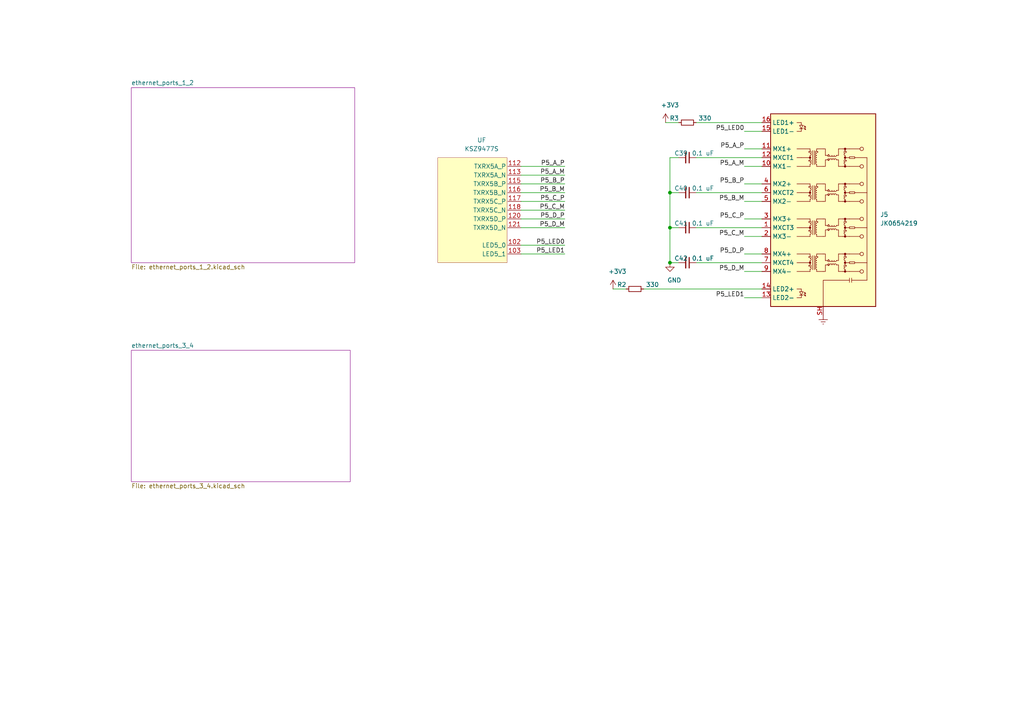
<source format=kicad_sch>
(kicad_sch (version 20210126) (generator eeschema)
  (paper "A4")
  (lib_symbols
    (symbol "Connector:JK0654219"
      (property "Reference" "J" (at -15.24 29.21 0))
      (property "Value" "JK0654219" (at 10.16 29.21 0))
      (symbol "JK0654219_0_1"
        (arc (start -3.81 -17.145) (end -3.81 -16.51) (radius (at -3.81 -16.8402) (length 0.3048) (angles -89.9 89.9)))
        (arc (start -3.81 -16.51) (end -3.81 -15.875) (radius (at -3.81 -16.2052) (length 0.3048) (angles -89.9 89.9)))
        (arc (start -3.81 -14.605) (end -3.81 -13.97) (radius (at -3.81 -14.3002) (length 0.3048) (angles -89.9 89.9)))
        (arc (start -3.81 -13.97) (end -3.81 -13.335) (radius (at -3.81 -13.6652) (length 0.3048) (angles -89.9 89.9)))
        (arc (start -3.81 -6.985) (end -3.81 -6.35) (radius (at -3.81 -6.6802) (length 0.3048) (angles -89.9 89.9)))
        (arc (start -3.81 -6.35) (end -3.81 -5.715) (radius (at -3.81 -6.0452) (length 0.3048) (angles -89.9 89.9)))
        (arc (start -3.81 -4.445) (end -3.81 -3.81) (radius (at -3.81 -4.1402) (length 0.3048) (angles -89.9 89.9)))
        (arc (start -3.81 -3.81) (end -3.81 -3.175) (radius (at -3.81 -3.5052) (length 0.3048) (angles -89.9 89.9)))
        (arc (start -3.81 3.175) (end -3.81 3.81) (radius (at -3.81 3.4798) (length 0.3048) (angles -89.9 89.9)))
        (arc (start -3.81 3.81) (end -3.81 4.445) (radius (at -3.81 4.1148) (length 0.3048) (angles -89.9 89.9)))
        (arc (start -3.81 5.715) (end -3.81 6.35) (radius (at -3.81 6.0198) (length 0.3048) (angles -89.9 89.9)))
        (arc (start -3.81 6.35) (end -3.81 6.985) (radius (at -3.81 6.6548) (length 0.3048) (angles -89.9 89.9)))
        (arc (start -3.81 13.335) (end -3.81 13.97) (radius (at -3.81 13.6398) (length 0.3048) (angles -89.9 89.9)))
        (arc (start -3.81 13.97) (end -3.81 14.605) (radius (at -3.81 14.2748) (length 0.3048) (angles -89.9 89.9)))
        (arc (start -3.81 15.875) (end -3.81 16.51) (radius (at -3.81 16.1798) (length 0.3048) (angles -89.9 89.9)))
        (arc (start -3.81 16.51) (end -3.81 17.145) (radius (at -3.81 16.8148) (length 0.3048) (angles -89.9 89.9)))
        (arc (start -1.905 -16.51) (end -1.905 -17.145) (radius (at -1.905 -16.8148) (length 0.3048) (angles 90.1 -90.1)))
        (arc (start -1.905 -15.875) (end -1.905 -16.51) (radius (at -1.905 -16.1798) (length 0.3048) (angles 90.1 -90.1)))
        (arc (start -1.905 -15.24) (end -1.905 -15.875) (radius (at -1.905 -15.5448) (length 0.3048) (angles 90.1 -90.1)))
        (arc (start -1.905 -14.605) (end -1.905 -15.24) (radius (at -1.905 -14.9098) (length 0.3048) (angles 90.1 -90.1)))
        (arc (start -1.905 -13.97) (end -1.905 -14.605) (radius (at -1.905 -14.2748) (length 0.3048) (angles 90.1 -90.1)))
        (arc (start -1.905 -13.335) (end -1.905 -13.97) (radius (at -1.905 -13.6398) (length 0.3048) (angles 90.1 -90.1)))
        (arc (start -1.905 -6.35) (end -1.905 -6.985) (radius (at -1.905 -6.6548) (length 0.3048) (angles 90.1 -90.1)))
        (arc (start -1.905 -5.715) (end -1.905 -6.35) (radius (at -1.905 -6.0198) (length 0.3048) (angles 90.1 -90.1)))
        (arc (start -1.905 -5.08) (end -1.905 -5.715) (radius (at -1.905 -5.3848) (length 0.3048) (angles 90.1 -90.1)))
        (arc (start -1.905 -4.445) (end -1.905 -5.08) (radius (at -1.905 -4.7498) (length 0.3048) (angles 90.1 -90.1)))
        (arc (start -1.905 -3.81) (end -1.905 -4.445) (radius (at -1.905 -4.1148) (length 0.3048) (angles 90.1 -90.1)))
        (arc (start -1.905 -3.175) (end -1.905 -3.81) (radius (at -1.905 -3.4798) (length 0.3048) (angles 90.1 -90.1)))
        (arc (start -1.905 3.81) (end -1.905 3.175) (radius (at -1.905 3.5052) (length 0.3048) (angles 90.1 -90.1)))
        (arc (start -1.905 4.445) (end -1.905 3.81) (radius (at -1.905 4.1402) (length 0.3048) (angles 90.1 -90.1)))
        (arc (start -1.905 5.08) (end -1.905 4.445) (radius (at -1.905 4.7752) (length 0.3048) (angles 90.1 -90.1)))
        (arc (start -1.905 5.715) (end -1.905 5.08) (radius (at -1.905 5.4102) (length 0.3048) (angles 90.1 -90.1)))
        (arc (start -1.905 6.35) (end -1.905 5.715) (radius (at -1.905 6.0452) (length 0.3048) (angles 90.1 -90.1)))
        (arc (start -1.905 6.985) (end -1.905 6.35) (radius (at -1.905 6.6802) (length 0.3048) (angles 90.1 -90.1)))
        (arc (start -1.905 13.97) (end -1.905 13.335) (radius (at -1.905 13.6652) (length 0.3048) (angles 90.1 -90.1)))
        (arc (start -1.905 14.605) (end -1.905 13.97) (radius (at -1.905 14.3002) (length 0.3048) (angles 90.1 -90.1)))
        (arc (start -1.905 15.24) (end -1.905 14.605) (radius (at -1.905 14.9352) (length 0.3048) (angles 90.1 -90.1)))
        (arc (start -1.905 15.875) (end -1.905 15.24) (radius (at -1.905 15.5702) (length 0.3048) (angles 90.1 -90.1)))
        (arc (start -1.905 16.51) (end -1.905 15.875) (radius (at -1.905 16.2052) (length 0.3048) (angles 90.1 -90.1)))
        (arc (start -1.905 17.145) (end -1.905 16.51) (radius (at -1.905 16.8402) (length 0.3048) (angles 90.1 -90.1)))
        (arc (start 1.27 -14.605) (end 1.905 -14.605) (radius (at 1.5748 -14.605) (length 0.3048) (angles -179.9 -0.1)))
        (arc (start 1.27 -4.445) (end 1.905 -4.445) (radius (at 1.5748 -4.445) (length 0.3048) (angles -179.9 -0.1)))
        (arc (start 1.27 5.715) (end 1.905 5.715) (radius (at 1.5748 5.715) (length 0.3048) (angles -179.9 -0.1)))
        (arc (start 1.27 15.875) (end 1.905 15.875) (radius (at 1.5748 15.875) (length 0.3048) (angles -179.9 -0.1)))
        (arc (start 1.905 -15.875) (end 1.27 -15.875) (radius (at 1.6002 -15.875) (length 0.3048) (angles 0.1 179.9)))
        (arc (start 1.905 -5.715) (end 1.27 -5.715) (radius (at 1.6002 -5.715) (length 0.3048) (angles 0.1 179.9)))
        (arc (start 1.905 4.445) (end 1.27 4.445) (radius (at 1.6002 4.445) (length 0.3048) (angles 0.1 179.9)))
        (arc (start 1.905 14.605) (end 1.27 14.605) (radius (at 1.6002 14.605) (length 0.3048) (angles 0.1 179.9)))
        (arc (start 1.905 -14.605) (end 2.54 -14.605) (radius (at 2.2098 -14.605) (length 0.3048) (angles -179.9 -0.1)))
        (arc (start 1.905 -4.445) (end 2.54 -4.445) (radius (at 2.2098 -4.445) (length 0.3048) (angles -179.9 -0.1)))
        (arc (start 1.905 5.715) (end 2.54 5.715) (radius (at 2.2098 5.715) (length 0.3048) (angles -179.9 -0.1)))
        (arc (start 1.905 15.875) (end 2.54 15.875) (radius (at 2.2098 15.875) (length 0.3048) (angles -179.9 -0.1)))
        (arc (start 2.54 -15.875) (end 1.905 -15.875) (radius (at 2.2352 -15.875) (length 0.3048) (angles 0.1 179.9)))
        (arc (start 2.54 -5.715) (end 1.905 -5.715) (radius (at 2.2352 -5.715) (length 0.3048) (angles 0.1 179.9)))
        (arc (start 2.54 4.445) (end 1.905 4.445) (radius (at 2.2352 4.445) (length 0.3048) (angles 0.1 179.9)))
        (arc (start 2.54 14.605) (end 1.905 14.605) (radius (at 2.2352 14.605) (length 0.3048) (angles 0.1 179.9)))
        (arc (start 2.54 -14.605) (end 3.175 -14.605) (radius (at 2.8448 -14.605) (length 0.3048) (angles -179.9 -0.1)))
        (arc (start 2.54 -4.445) (end 3.175 -4.445) (radius (at 2.8448 -4.445) (length 0.3048) (angles -179.9 -0.1)))
        (arc (start 2.54 5.715) (end 3.175 5.715) (radius (at 2.8448 5.715) (length 0.3048) (angles -179.9 -0.1)))
        (arc (start 2.54 15.875) (end 3.175 15.875) (radius (at 2.8448 15.875) (length 0.3048) (angles -179.9 -0.1)))
        (arc (start 3.175 -15.875) (end 2.54 -15.875) (radius (at 2.8702 -15.875) (length 0.3048) (angles 0.1 179.9)))
        (arc (start 3.175 -5.715) (end 2.54 -5.715) (radius (at 2.8702 -5.715) (length 0.3048) (angles 0.1 179.9)))
        (arc (start 3.175 4.445) (end 2.54 4.445) (radius (at 2.8702 4.445) (length 0.3048) (angles 0.1 179.9)))
        (arc (start 3.175 14.605) (end 2.54 14.605) (radius (at 2.8702 14.605) (length 0.3048) (angles 0.1 179.9)))
        (arc (start 3.175 -14.605) (end 3.81 -14.605) (radius (at 3.4798 -14.605) (length 0.3048) (angles -179.9 -0.1)))
        (arc (start 3.175 -4.445) (end 3.81 -4.445) (radius (at 3.4798 -4.445) (length 0.3048) (angles -179.9 -0.1)))
        (arc (start 3.175 5.715) (end 3.81 5.715) (radius (at 3.4798 5.715) (length 0.3048) (angles -179.9 -0.1)))
        (arc (start 3.175 15.875) (end 3.81 15.875) (radius (at 3.4798 15.875) (length 0.3048) (angles -179.9 -0.1)))
        (arc (start 3.81 -15.875) (end 3.175 -15.875) (radius (at 3.5052 -15.875) (length 0.3048) (angles 0.1 179.9)))
        (arc (start 3.81 -5.715) (end 3.175 -5.715) (radius (at 3.5052 -5.715) (length 0.3048) (angles 0.1 179.9)))
        (arc (start 3.81 4.445) (end 3.175 4.445) (radius (at 3.5052 4.445) (length 0.3048) (angles 0.1 179.9)))
        (arc (start 3.81 14.605) (end 3.175 14.605) (radius (at 3.5052 14.605) (length 0.3048) (angles 0.1 179.9)))
        (arc (start 6.35 -16.51) (end 6.35 -17.145) (radius (at 6.35 -16.8402) (length 0.3048) (angles 90.1 -90.1)))
        (arc (start 6.35 -15.875) (end 6.35 -16.51) (radius (at 6.35 -16.2052) (length 0.3048) (angles 90.1 -90.1)))
        (arc (start 6.35 -13.97) (end 6.35 -14.605) (radius (at 6.35 -14.3002) (length 0.3048) (angles 90.1 -90.1)))
        (arc (start 6.35 -13.335) (end 6.35 -13.97) (radius (at 6.35 -13.6652) (length 0.3048) (angles 90.1 -90.1)))
        (arc (start 6.35 -6.35) (end 6.35 -6.985) (radius (at 6.35 -6.6802) (length 0.3048) (angles 90.1 -90.1)))
        (arc (start 6.35 -5.715) (end 6.35 -6.35) (radius (at 6.35 -6.0452) (length 0.3048) (angles 90.1 -90.1)))
        (arc (start 6.35 -3.81) (end 6.35 -4.445) (radius (at 6.35 -4.1402) (length 0.3048) (angles 90.1 -90.1)))
        (arc (start 6.35 -3.175) (end 6.35 -3.81) (radius (at 6.35 -3.5052) (length 0.3048) (angles 90.1 -90.1)))
        (arc (start 6.35 3.81) (end 6.35 3.175) (radius (at 6.35 3.4798) (length 0.3048) (angles 90.1 -90.1)))
        (arc (start 6.35 4.445) (end 6.35 3.81) (radius (at 6.35 4.1148) (length 0.3048) (angles 90.1 -90.1)))
        (arc (start 6.35 6.35) (end 6.35 5.715) (radius (at 6.35 6.0198) (length 0.3048) (angles 90.1 -90.1)))
        (arc (start 6.35 6.985) (end 6.35 6.35) (radius (at 6.35 6.6548) (length 0.3048) (angles 90.1 -90.1)))
        (arc (start 6.35 13.97) (end 6.35 13.335) (radius (at 6.35 13.6398) (length 0.3048) (angles 90.1 -90.1)))
        (arc (start 6.35 14.605) (end 6.35 13.97) (radius (at 6.35 14.2748) (length 0.3048) (angles 90.1 -90.1)))
        (arc (start 6.35 16.51) (end 6.35 15.875) (radius (at 6.35 16.1798) (length 0.3048) (angles 90.1 -90.1)))
        (arc (start 6.35 17.145) (end 6.35 16.51) (radius (at 6.35 16.8148) (length 0.3048) (angles 90.1 -90.1)))
        (circle (center -4.064 -16.129) (radius 0.127) (fill (type outline)))
        (circle (center -4.064 -13.589) (radius 0.127) (fill (type outline)))
        (circle (center -4.064 -5.969) (radius 0.127) (fill (type outline)))
        (circle (center -4.064 -3.429) (radius 0.127) (fill (type outline)))
        (circle (center -4.064 4.191) (radius 0.127) (fill (type outline)))
        (circle (center -4.064 6.731) (radius 0.127) (fill (type outline)))
        (circle (center -4.064 14.351) (radius 0.127) (fill (type outline)))
        (circle (center -4.064 16.891) (radius 0.127) (fill (type outline)))
        (circle (center -3.81 -15.24) (radius 0.254) (fill (type outline)))
        (circle (center -3.81 -5.08) (radius 0.254) (fill (type outline)))
        (circle (center -3.81 5.08) (radius 0.254) (fill (type outline)))
        (circle (center -3.81 15.24) (radius 0.254) (fill (type outline)))
        (circle (center -1.651 -13.589) (radius 0.127) (fill (type outline)))
        (circle (center -1.651 -3.429) (radius 0.127) (fill (type outline)))
        (circle (center -1.651 6.731) (radius 0.127) (fill (type outline)))
        (circle (center -1.651 16.891) (radius 0.127) (fill (type outline)))
        (circle (center 1.5494 -15.9766) (radius 0.127) (fill (type outline)))
        (circle (center 1.5494 -14.4526) (radius 0.127) (fill (type outline)))
        (circle (center 1.5494 -5.8166) (radius 0.127) (fill (type outline)))
        (circle (center 1.5494 -4.2926) (radius 0.127) (fill (type outline)))
        (circle (center 1.5494 4.3434) (radius 0.127) (fill (type outline)))
        (circle (center 1.5494 5.8674) (radius 0.127) (fill (type outline)))
        (circle (center 1.5494 14.5034) (radius 0.127) (fill (type outline)))
        (circle (center 1.5494 16.0274) (radius 0.127) (fill (type outline)))
        (circle (center 6.35 -17.78) (radius 0.254) (fill (type outline)))
        (circle (center 6.35 -15.24) (radius 0.254) (fill (type outline)))
        (circle (center 6.35 -12.7) (radius 0.254) (fill (type outline)))
        (circle (center 6.35 -7.62) (radius 0.254) (fill (type outline)))
        (circle (center 6.35 -5.08) (radius 0.254) (fill (type outline)))
        (circle (center 6.35 -2.54) (radius 0.254) (fill (type outline)))
        (circle (center 6.35 2.54) (radius 0.254) (fill (type outline)))
        (circle (center 6.35 5.08) (radius 0.254) (fill (type outline)))
        (circle (center 6.35 7.62) (radius 0.254) (fill (type outline)))
        (circle (center 6.35 12.7) (radius 0.254) (fill (type outline)))
        (circle (center 6.35 15.24) (radius 0.254) (fill (type outline)))
        (circle (center 6.35 17.78) (radius 0.254) (fill (type outline)))
        (circle (center 6.604 -16.129) (radius 0.127) (fill (type outline)))
        (circle (center 6.604 -13.589) (radius 0.127) (fill (type outline)))
        (circle (center 6.604 -5.969) (radius 0.127) (fill (type outline)))
        (circle (center 6.604 -3.429) (radius 0.127) (fill (type outline)))
        (circle (center 6.604 4.191) (radius 0.127) (fill (type outline)))
        (circle (center 6.604 6.731) (radius 0.127) (fill (type outline)))
        (circle (center 6.604 14.351) (radius 0.127) (fill (type outline)))
        (circle (center 6.604 16.891) (radius 0.127) (fill (type outline)))
        (circle (center 11.176 -17.78) (radius 0.508))
        (circle (center 11.176 -12.7) (radius 0.508))
        (circle (center 11.176 -7.62) (radius 0.508))
        (circle (center 11.176 -2.54) (radius 0.508))
        (circle (center 11.176 2.54) (radius 0.508))
        (circle (center 11.176 7.62) (radius 0.508))
        (circle (center 11.176 12.7) (radius 0.508))
        (circle (center 11.176 17.78) (radius 0.508))
        (rectangle (start -15.24 27.94) (end 15.24 -27.94) (stroke (width 0.254)) (fill (type background)))
        (rectangle (start 7.62 -14.986) (end 9.144 -15.494))
        (rectangle (start 7.62 -4.826) (end 9.144 -5.334))
        (rectangle (start 7.62 5.334) (end 9.144 4.826))
        (rectangle (start 7.62 15.494) (end 9.144 14.986))
        (polyline (pts (xy -7.62 -17.78) (xy -3.81 -17.78)))
        (polyline (pts (xy -7.62 -15.24) (xy -6.35 -15.24)))
        (polyline (pts (xy -7.62 -12.7) (xy -3.81 -12.7)))
        (polyline (pts (xy -7.62 -7.62) (xy -3.81 -7.62)))
        (polyline (pts (xy -7.62 -5.08) (xy -6.35 -5.08)))
        (polyline (pts (xy -7.62 -2.54) (xy -3.81 -2.54)))
        (polyline (pts (xy -7.62 2.54) (xy -3.81 2.54)))
        (polyline (pts (xy -7.62 5.08) (xy -6.35 5.08)))
        (polyline (pts (xy -7.62 7.62) (xy -3.81 7.62)))
        (polyline (pts (xy -7.62 12.7) (xy -3.81 12.7)))
        (polyline (pts (xy -7.62 15.24) (xy -6.35 15.24)))
        (polyline (pts (xy -7.62 17.78) (xy -3.81 17.78)))
        (polyline (pts (xy -6.35 -15.24) (xy -3.81 -15.24)))
        (polyline (pts (xy -6.35 -5.08) (xy -3.81 -5.08)))
        (polyline (pts (xy -6.35 5.08) (xy -3.81 5.08)))
        (polyline (pts (xy -6.35 15.24) (xy -3.81 15.24)))
        (polyline (pts (xy -3.81 -17.78) (xy -3.81 -17.145)))
        (polyline (pts (xy -3.81 -15.24) (xy -3.81 -15.875)))
        (polyline (pts (xy -3.81 -15.24) (xy -3.81 -14.605)))
        (polyline (pts (xy -3.81 -12.7) (xy -3.81 -13.335)))
        (polyline (pts (xy -3.81 -7.62) (xy -3.81 -6.985)))
        (polyline (pts (xy -3.81 -5.08) (xy -3.81 -5.715)))
        (polyline (pts (xy -3.81 -5.08) (xy -3.81 -4.445)))
        (polyline (pts (xy -3.81 -2.54) (xy -3.81 -3.175)))
        (polyline (pts (xy -3.81 2.54) (xy -3.81 3.175)))
        (polyline (pts (xy -3.81 5.08) (xy -3.81 4.445)))
        (polyline (pts (xy -3.81 5.08) (xy -3.81 5.715)))
        (polyline (pts (xy -3.81 7.62) (xy -3.81 6.985)))
        (polyline (pts (xy -3.81 12.7) (xy -3.81 13.335)))
        (polyline (pts (xy -3.81 15.24) (xy -3.81 14.605)))
        (polyline (pts (xy -3.81 15.24) (xy -3.81 15.875)))
        (polyline (pts (xy -3.81 17.78) (xy -3.81 17.145)))
        (polyline (pts (xy -3.048 -17.272) (xy -3.048 -13.208)))
        (polyline (pts (xy -3.048 -7.112) (xy -3.048 -3.048)))
        (polyline (pts (xy -3.048 3.048) (xy -3.048 7.112)))
        (polyline (pts (xy -3.048 13.208) (xy -3.048 17.272)))
        (polyline (pts (xy -2.54 -17.272) (xy -2.54 -13.208)))
        (polyline (pts (xy -2.54 -7.112) (xy -2.54 -3.048)))
        (polyline (pts (xy -2.54 3.048) (xy -2.54 7.112)))
        (polyline (pts (xy -2.54 13.208) (xy -2.54 17.272)))
        (polyline (pts (xy 0.635 -14.605) (xy 1.27 -14.605)))
        (polyline (pts (xy 0.635 -4.445) (xy 1.27 -4.445)))
        (polyline (pts (xy 0.635 5.715) (xy 1.27 5.715)))
        (polyline (pts (xy 0.635 15.875) (xy 1.27 15.875)))
        (polyline (pts (xy 4.445 -17.78) (xy 5.715 -17.78)))
        (polyline (pts (xy 4.445 -12.7) (xy 5.715 -12.7)))
        (polyline (pts (xy 4.445 -7.62) (xy 5.715 -7.62)))
        (polyline (pts (xy 4.445 -2.54) (xy 5.715 -2.54)))
        (polyline (pts (xy 4.445 2.54) (xy 5.715 2.54)))
        (polyline (pts (xy 4.445 7.62) (xy 5.715 7.62)))
        (polyline (pts (xy 4.445 12.7) (xy 5.715 12.7)))
        (polyline (pts (xy 4.445 17.78) (xy 5.715 17.78)))
        (polyline (pts (xy 6.35 -17.78) (xy 6.35 -17.145)))
        (polyline (pts (xy 6.35 -15.24) (xy 6.35 -15.875)))
        (polyline (pts (xy 6.35 -15.24) (xy 6.35 -14.605)))
        (polyline (pts (xy 6.35 -12.7) (xy 6.35 -13.335)))
        (polyline (pts (xy 6.35 -7.62) (xy 6.35 -6.985)))
        (polyline (pts (xy 6.35 -5.08) (xy 6.35 -5.715)))
        (polyline (pts (xy 6.35 -5.08) (xy 6.35 -4.445)))
        (polyline (pts (xy 6.35 -2.54) (xy 6.35 -3.175)))
        (polyline (pts (xy 6.35 2.54) (xy 6.35 3.175)))
        (polyline (pts (xy 6.35 5.08) (xy 6.35 4.445)))
        (polyline (pts (xy 6.35 5.08) (xy 6.35 5.715)))
        (polyline (pts (xy 6.35 7.62) (xy 6.35 6.985)))
        (polyline (pts (xy 6.35 12.7) (xy 6.35 13.335)))
        (polyline (pts (xy 6.35 15.24) (xy 6.35 14.605)))
        (polyline (pts (xy 6.35 15.24) (xy 6.35 15.875)))
        (polyline (pts (xy 6.35 17.78) (xy 6.35 17.145)))
        (polyline (pts (xy 7.62 -20.955) (xy 7.62 -19.685)))
        (polyline (pts (xy 7.62 -17.78) (xy 6.35 -17.78)))
        (polyline (pts (xy 7.62 -17.78) (xy 10.668 -17.78)))
        (polyline (pts (xy 7.62 -15.24) (xy 6.35 -15.24)))
        (polyline (pts (xy 7.62 -12.7) (xy 6.35 -12.7)))
        (polyline (pts (xy 7.62 -12.7) (xy 10.668 -12.7)))
        (polyline (pts (xy 7.62 -7.62) (xy 6.35 -7.62)))
        (polyline (pts (xy 7.62 -7.62) (xy 10.668 -7.62)))
        (polyline (pts (xy 7.62 -5.08) (xy 6.35 -5.08)))
        (polyline (pts (xy 7.62 -2.54) (xy 6.35 -2.54)))
        (polyline (pts (xy 7.62 -2.54) (xy 10.668 -2.54)))
        (polyline (pts (xy 7.62 2.54) (xy 6.35 2.54)))
        (polyline (pts (xy 7.62 2.54) (xy 10.668 2.54)))
        (polyline (pts (xy 7.62 5.08) (xy 6.35 5.08)))
        (polyline (pts (xy 7.62 7.62) (xy 6.35 7.62)))
        (polyline (pts (xy 7.62 7.62) (xy 10.668 7.62)))
        (polyline (pts (xy 7.62 12.7) (xy 6.35 12.7)))
        (polyline (pts (xy 7.62 12.7) (xy 10.668 12.7)))
        (polyline (pts (xy 7.62 15.24) (xy 6.35 15.24)))
        (polyline (pts (xy 7.62 17.78) (xy 6.35 17.78)))
        (polyline (pts (xy 7.62 17.78) (xy 10.668 17.78)))
        (polyline (pts (xy 8.255 -20.32) (xy 8.255 -20.955)))
        (polyline (pts (xy 8.255 -20.32) (xy 8.255 -19.685)))
        (polyline (pts (xy 8.255 -20.32) (xy 12.7 -20.32)))
        (polyline (pts (xy 9.144 -15.24) (xy 12.7 -15.24)))
        (polyline (pts (xy 9.144 -5.08) (xy 12.7 -5.08)))
        (polyline (pts (xy 9.144 5.08) (xy 12.7 5.08)))
        (polyline (pts (xy 12.7 -20.32) (xy 12.7 15.24)))
        (polyline (pts (xy 12.7 15.24) (xy 9.144 15.24)))
        (polyline (pts (xy -1.905 -17.145) (xy -1.905 -17.78) (xy 0 -17.78)))
        (polyline (pts (xy -1.905 -13.335) (xy -1.905 -12.7) (xy 0 -12.7)))
        (polyline (pts (xy -1.905 -6.985) (xy -1.905 -7.62) (xy 0 -7.62)))
        (polyline (pts (xy -1.905 -3.175) (xy -1.905 -2.54) (xy 0 -2.54)))
        (polyline (pts (xy -1.905 3.175) (xy -1.905 2.54) (xy 0 2.54)))
        (polyline (pts (xy -1.905 6.985) (xy -1.905 7.62) (xy 0 7.62)))
        (polyline (pts (xy -1.905 13.335) (xy -1.905 12.7) (xy 0 12.7)))
        (polyline (pts (xy -1.905 17.145) (xy -1.905 17.78) (xy 0 17.78)))
        (polyline (pts (xy 0 -12.7) (xy 0.635 -12.7) (xy 0.635 -14.605)))
        (polyline (pts (xy 0 -2.54) (xy 0.635 -2.54) (xy 0.635 -4.445)))
        (polyline (pts (xy 0 7.62) (xy 0.635 7.62) (xy 0.635 5.715)))
        (polyline (pts (xy 0 17.78) (xy 0.635 17.78) (xy 0.635 15.875)))
        (polyline (pts (xy 3.81 -15.875) (xy 4.445 -15.875) (xy 4.445 -17.78)))
        (polyline (pts (xy 3.81 -14.605) (xy 4.445 -14.605) (xy 4.445 -12.7)))
        (polyline (pts (xy 3.81 -5.715) (xy 4.445 -5.715) (xy 4.445 -7.62)))
        (polyline (pts (xy 3.81 -4.445) (xy 4.445 -4.445) (xy 4.445 -2.54)))
        (polyline (pts (xy 3.81 4.445) (xy 4.445 4.445) (xy 4.445 2.54)))
        (polyline (pts (xy 3.81 5.715) (xy 4.445 5.715) (xy 4.445 7.62)))
        (polyline (pts (xy 3.81 14.605) (xy 4.445 14.605) (xy 4.445 12.7)))
        (polyline (pts (xy 3.81 15.875) (xy 4.445 15.875) (xy 4.445 17.78)))
        (polyline (pts (xy 5.715 -17.78) (xy 6.35 -17.78) (xy 6.35 -17.145)))
        (polyline (pts (xy 5.715 -12.7) (xy 6.35 -12.7) (xy 6.35 -13.335)))
        (polyline (pts (xy 5.715 -7.62) (xy 6.35 -7.62) (xy 6.35 -6.985)))
        (polyline (pts (xy 5.715 -2.54) (xy 6.35 -2.54) (xy 6.35 -3.175)))
        (polyline (pts (xy 5.715 2.54) (xy 6.35 2.54) (xy 6.35 3.175)))
        (polyline (pts (xy 5.715 7.62) (xy 6.35 7.62) (xy 6.35 6.985)))
        (polyline (pts (xy 5.715 12.7) (xy 6.35 12.7) (xy 6.35 13.335)))
        (polyline (pts (xy 5.715 17.78) (xy 6.35 17.78) (xy 6.35 17.145)))
        (polyline (pts (xy 7.62 -20.32) (xy 0 -20.32) (xy 0 -27.94)))
        (polyline (pts (xy 0 -17.78) (xy 0.635 -17.78) (xy 0.635 -15.875) (xy 1.27 -15.875)))
        (polyline (pts (xy 0 -7.62) (xy 0.635 -7.62) (xy 0.635 -5.715) (xy 1.27 -5.715)))
        (polyline (pts (xy 0 2.54) (xy 0.635 2.54) (xy 0.635 4.445) (xy 1.27 4.445)))
        (polyline (pts (xy 0 12.7) (xy 0.635 12.7) (xy 0.635 14.605) (xy 1.27 14.605)))
      )
      (symbol "JK0654219_1_1"
        (polyline (pts (xy -7.62 -25.4) (xy -6.35 -25.4)))
        (polyline (pts (xy -7.62 -22.86) (xy -6.35 -22.86)))
        (polyline (pts (xy -7.62 22.86) (xy -6.35 22.86)))
        (polyline (pts (xy -7.62 25.4) (xy -6.35 25.4)))
        (polyline (pts (xy -6.858 -24.638) (xy -5.842 -24.638)))
        (polyline (pts (xy -6.858 23.622) (xy -5.842 23.622)))
        (polyline (pts (xy -6.35 -25.4) (xy -6.35 -24.638)))
        (polyline (pts (xy -6.35 -22.86) (xy -6.35 -23.622)))
        (polyline (pts (xy -6.35 22.86) (xy -6.35 23.622)))
        (polyline (pts (xy -6.35 25.4) (xy -6.35 24.638)))
        (polyline (pts (xy -5.08 -24.892) (xy -5.207 -24.511)))
        (polyline (pts (xy -5.08 -24.257) (xy -5.207 -23.876)))
        (polyline (pts (xy -5.08 23.368) (xy -5.207 23.749)))
        (polyline (pts (xy -5.08 24.003) (xy -5.207 24.384)))
        (polyline (pts (xy -5.588 -24.384) (xy -5.08 -24.892) (xy -5.461 -24.765)))
        (polyline (pts (xy -5.588 -23.749) (xy -5.08 -24.257) (xy -5.461 -24.13)))
        (polyline (pts (xy -5.588 23.876) (xy -5.08 23.368) (xy -5.461 23.495)))
        (polyline (pts (xy -5.588 24.511) (xy -5.08 24.003) (xy -5.461 24.13)))
        (polyline (pts (xy -6.35 -24.638) (xy -6.858 -23.622) (xy -5.842 -23.622) (xy -6.35 -24.638)))
        (polyline (pts (xy -6.35 23.622) (xy -6.858 24.638) (xy -5.842 24.638) (xy -6.35 23.622)))
        (pin passive line (at -17.78 -5.08 0) (length 2.54) (name "MXCT3") (number "1"))
        (pin passive line (at -17.78 12.7 0) (length 2.54) (name "MX1-") (number "10"))
        (pin passive line (at -17.78 17.78 0) (length 2.54) (name "MX1+") (number "11"))
        (pin passive line (at -17.78 15.24 0) (length 2.54) (name "MXCT1") (number "12"))
        (pin passive line (at -17.78 -25.4 0) (length 2.54) (name "LED2-") (number "13"))
        (pin passive line (at -17.78 -22.86 0) (length 2.54) (name "LED2+") (number "14"))
        (pin passive line (at -17.78 22.86 0) (length 2.54) (name "LED1-") (number "15"))
        (pin passive line (at -17.78 25.4 0) (length 2.54) (name "LED1+") (number "16"))
        (pin passive line (at -17.78 -7.62 0) (length 2.54) (name "MX3-") (number "2"))
        (pin passive line (at -17.78 -2.54 0) (length 2.54) (name "MX3+") (number "3"))
        (pin passive line (at -17.78 7.62 0) (length 2.54) (name "MX2+") (number "4"))
        (pin passive line (at -17.78 2.54 0) (length 2.54) (name "MX2-") (number "5"))
        (pin passive line (at -17.78 5.08 0) (length 2.54) (name "MXCT2") (number "6"))
        (pin passive line (at -17.78 -15.24 0) (length 2.54) (name "MXCT4") (number "7"))
        (pin passive line (at -17.78 -12.7 0) (length 2.54) (name "MX4+") (number "8"))
        (pin passive line (at -17.78 -17.78 0) (length 2.54) (name "MX4-") (number "9"))
        (pin passive line (at 0 -30.48 90) (length 2.54) (name "~") (number "SH"))
      )
    )
    (symbol "Device:C_Small" (pin_numbers hide) (pin_names (offset 0.254) hide)
      (property "Reference" "C" (at 0.254 1.778 0))
      (property "Value" "C_Small" (at 0.254 -2.032 0))
      (symbol "C_Small_0_1"
        (polyline (pts (xy -1.524 -0.508) (xy 1.524 -0.508)) (stroke (width 0.3302)))
        (polyline (pts (xy -1.524 0.508) (xy 1.524 0.508)) (stroke (width 0.3048)))
      )
      (symbol "C_Small_1_1"
        (pin passive line (at 0 2.54 270) (length 2.032) (name "~") (number "1"))
        (pin passive line (at 0 -2.54 90) (length 2.032) (name "~") (number "2"))
      )
    )
    (symbol "Device:R_Small" (pin_numbers hide) (pin_names (offset 0.254) hide)
      (property "Reference" "R" (at 0.762 0.508 0))
      (property "Value" "R_Small" (at 0.762 -1.016 0))
      (symbol "R_Small_0_1"
        (rectangle (start -0.762 1.778) (end 0.762 -1.778) (stroke (width 0.2032)))
      )
      (symbol "R_Small_1_1"
        (pin passive line (at 0 2.54 270) (length 0.762) (name "~") (number "1"))
        (pin passive line (at 0 -2.54 90) (length 0.762) (name "~") (number "2"))
      )
    )
    (symbol "local:KSZ9477S"
      (property "Reference" "U" (at 39.37 1.27 0))
      (property "Value" "KSZ9477S" (at 43.18 -3.81 0))
      (symbol "KSZ9477S_1_1"
        (rectangle (start -15.24 15.24) (end 15.24 -15.24) (stroke (width 0.001)) (fill (type background)))
        (pin output line (at -17.78 -5.08 0) (length 2.54) (name "SDO") (number "97"))
        (pin bidirectional line (at -17.78 -7.62 0) (length 2.54) (name "SDI/SDA/MDIO") (number "98"))
        (pin input line (at -19.05 -12.7 0) (length 3.81) (name "~SCS") (number "100"))
        (pin input line (at -19.05 -10.16 0) (length 3.81) (name "SCL/MDC") (number "101"))
        (pin output line (at 19.05 -6.35 180) (length 3.81) (name "XO") (number "125"))
        (pin input line (at 19.05 -3.81 180) (length 3.81) (name "XI") (number "126"))
        (pin output line (at -17.78 10.16 0) (length 2.54) (name "~PME") (number "93"))
        (pin output line (at -17.78 5.08 0) (length 2.54) (name "~INTRP") (number "94"))
        (pin input line (at -17.78 0 0) (length 2.54) (name "~RESET") (number "96"))
        (pin bidirectional line (at 17.78 1.27 180) (length 2.54) (name "SYNCLKO") (number "95"))
        (pin bidirectional line (at 17.78 6.35 180) (length 2.54) (name "GPIO_1") (number "90"))
        (pin open_collector line (at 19.05 -11.43 180) (length 3.81) (name "ISET") (number "127"))
        (pin input line (at 17.78 11.43 180) (length 2.54) (name "IBA") (number "67"))
        (pin no_connect line (at -2.54 17.78 270) (length 2.54) hide (name "NC") (number "73"))
        (pin no_connect line (at 0 17.78 270) (length 2.54) hide (name "NC") (number "74"))
        (pin no_connect line (at 2.54 19.05 270) (length 3.81) hide (name "NC") (number "108"))
      )
      (symbol "KSZ9477S_2_1"
        (rectangle (start -10.16 15.24) (end 10.16 -15.24) (stroke (width 0.001)) (fill (type background)))
        (pin bidirectional line (at 12.7 7.62 180) (length 2.54) (name "TXRX1B_P") (number "4"))
        (pin bidirectional line (at 12.7 5.08 180) (length 2.54) (name "TXRX1B_N") (number "5"))
        (pin bidirectional line (at 12.7 2.54 180) (length 2.54) (name "TXRX1C_P") (number "6"))
        (pin bidirectional line (at 12.7 0 180) (length 2.54) (name "TXRX1C_N") (number "7"))
        (pin bidirectional line (at 12.7 -2.54 180) (length 2.54) (name "TXRX1D_P") (number "8"))
        (pin bidirectional line (at 12.7 12.7 180) (length 2.54) (name "TXRX1A_P") (number "1"))
        (pin bidirectional line (at 12.7 10.16 180) (length 2.54) (name "TXRX1A_N") (number "2"))
        (pin bidirectional line (at 12.7 -5.08 180) (length 2.54) (name "TXRX1D_N") (number "9"))
        (pin bidirectional line (at 13.97 -10.16 180) (length 3.81) (name "LED1_0") (number "105"))
        (pin bidirectional line (at 13.97 -12.7 180) (length 3.81) (name "LED1_1") (number "106"))
      )
      (symbol "KSZ9477S_3_1"
        (rectangle (start -10.16 15.24) (end 10.16 -15.24) (stroke (width 0.001)) (fill (type background)))
        (pin bidirectional line (at 12.7 7.62 180) (length 2.54) (name "TXRX2B_P") (number "15"))
        (pin bidirectional line (at 12.7 5.08 180) (length 2.54) (name "TXRX2B_N") (number "16"))
        (pin bidirectional line (at 12.7 2.54 180) (length 2.54) (name "TXRX2C_P") (number "17"))
        (pin bidirectional line (at 12.7 0 180) (length 2.54) (name "TXRX2C_N") (number "18"))
        (pin bidirectional line (at 12.7 -2.54 180) (length 2.54) (name "TXRX2D_P") (number "20"))
        (pin bidirectional line (at 12.7 12.7 180) (length 2.54) (name "TXRX2A_P") (number "12"))
        (pin bidirectional line (at 12.7 10.16 180) (length 2.54) (name "TXRX2A_N") (number "13"))
        (pin bidirectional line (at 12.7 -5.08 180) (length 2.54) (name "TXRX2D_N") (number "21"))
        (pin bidirectional line (at 12.7 -10.16 180) (length 2.54) (name "LED2_0") (number "91"))
        (pin bidirectional line (at 12.7 -12.7 180) (length 2.54) (name "LED2_1") (number "92"))
      )
      (symbol "KSZ9477S_4_1"
        (rectangle (start -10.16 15.24) (end 10.16 -15.24) (stroke (width 0.001)) (fill (type background)))
        (pin bidirectional line (at 12.7 7.62 180) (length 2.54) (name "TXRX3B_P") (number "26"))
        (pin bidirectional line (at 12.7 5.08 180) (length 2.54) (name "TXRX3B_N") (number "27"))
        (pin bidirectional line (at 12.7 2.54 180) (length 2.54) (name "TXRX3C_P") (number "28"))
        (pin bidirectional line (at 12.7 0 180) (length 2.54) (name "TXRX3C_N") (number "29"))
        (pin bidirectional line (at 12.7 -2.54 180) (length 2.54) (name "TXRX3D_P") (number "31"))
        (pin bidirectional line (at 12.7 12.7 180) (length 2.54) (name "TXRX3A_P") (number "24"))
        (pin bidirectional line (at 12.7 10.16 180) (length 2.54) (name "TXRX3A_N") (number "25"))
        (pin bidirectional line (at 12.7 -5.08 180) (length 2.54) (name "TXRX3D_N") (number "32"))
        (pin bidirectional line (at 12.7 -10.16 180) (length 2.54) (name "LED3_0") (number "88"))
        (pin bidirectional line (at 12.7 -12.7 180) (length 2.54) (name "LED3_1") (number "89"))
      )
      (symbol "KSZ9477S_5_1"
        (rectangle (start -10.16 15.24) (end 10.16 -15.24) (stroke (width 0.001)) (fill (type background)))
        (pin bidirectional line (at 12.7 7.62 180) (length 2.54) (name "TXRX4B_P") (number "37"))
        (pin bidirectional line (at 12.7 5.08 180) (length 2.54) (name "TXRX4B_N") (number "38"))
        (pin bidirectional line (at 12.7 2.54 180) (length 2.54) (name "TXRX4C_P") (number "39"))
        (pin bidirectional line (at 12.7 0 180) (length 2.54) (name "TXRX4C_N") (number "40"))
        (pin bidirectional line (at 12.7 -2.54 180) (length 2.54) (name "TXRX4D_P") (number "42"))
        (pin bidirectional line (at 12.7 12.7 180) (length 2.54) (name "TXRX4A_P") (number "34"))
        (pin bidirectional line (at 12.7 10.16 180) (length 2.54) (name "TXRX4A_N") (number "35"))
        (pin bidirectional line (at 12.7 -5.08 180) (length 2.54) (name "TXRX4D_N") (number "43"))
        (pin bidirectional line (at 12.7 -10.16 180) (length 2.54) (name "LED4_0") (number "85"))
        (pin bidirectional line (at 12.7 -12.7 180) (length 2.54) (name "LED4_1") (number "86"))
      )
      (symbol "KSZ9477S_6_1"
        (rectangle (start -10.16 15.24) (end 9.906 -15.24) (stroke (width 0.001)) (fill (type background)))
        (pin bidirectional line (at 13.97 7.62 180) (length 3.81) (name "TXRX5B_P") (number "115"))
        (pin bidirectional line (at 13.97 5.08 180) (length 3.81) (name "TXRX5B_N") (number "116"))
        (pin bidirectional line (at 13.97 2.54 180) (length 3.81) (name "TXRX5C_P") (number "117"))
        (pin bidirectional line (at 13.97 0 180) (length 3.81) (name "TXRX5C_N") (number "118"))
        (pin bidirectional line (at 13.97 -2.54 180) (length 3.81) (name "TXRX5D_P") (number "120"))
        (pin bidirectional line (at 13.97 12.7 180) (length 3.81) (name "TXRX5A_P") (number "112"))
        (pin bidirectional line (at 13.97 10.16 180) (length 3.81) (name "TXRX5A_N") (number "113"))
        (pin bidirectional line (at 13.97 -5.08 180) (length 3.81) (name "TXRX5D_N") (number "121"))
        (pin bidirectional line (at 13.97 -10.16 180) (length 3.81) (name "LED5_0") (number "102"))
        (pin bidirectional line (at 13.97 -12.7 180) (length 3.81) (name "LED5_1") (number "103"))
      )
      (symbol "KSZ9477S_7_1"
        (rectangle (start -13.97 22.86) (end 13.97 -22.86) (stroke (width 0.001)) (fill (type background)))
        (pin bidirectional line (at -16.51 -20.32 0) (length 2.54) (name "RXD6_3") (number "62"))
        (pin bidirectional line (at -16.51 -17.78 0) (length 2.54) (name "RXD6_2") (number "63"))
        (pin bidirectional line (at -16.51 -15.24 0) (length 2.54) (name "RXD6_1") (number "64"))
        (pin bidirectional line (at -16.51 -12.7 0) (length 2.54) (name "RXD6_0") (number "65"))
        (pin bidirectional line (at -16.51 -2.54 0) (length 2.54) (name "RX_CLK6/REFCLKO6") (number "57"))
        (pin bidirectional line (at -16.51 -5.08 0) (length 2.54) (name "RX_DV6/CRS_DV6/RX_CTL6") (number "58"))
        (pin bidirectional line (at -16.51 -7.62 0) (length 2.54) (name "RX_ER6") (number "59"))
        (pin input line (at -16.51 2.54 0) (length 2.54) (name "TXD6_3") (number "52"))
        (pin input line (at -16.51 5.08 0) (length 2.54) (name "TXD6_2") (number "53"))
        (pin input line (at -16.51 7.62 0) (length 2.54) (name "TXD6_1") (number "54"))
        (pin input line (at -16.51 10.16 0) (length 2.54) (name "TXD6_0") (number "55"))
        (pin bidirectional line (at -16.51 20.32 0) (length 2.54) (name "TX_CLK6/REFCLKI6") (number "48"))
        (pin input line (at -16.51 17.78 0) (length 2.54) (name "TX_EN6/TX_CTL6") (number "49"))
        (pin input line (at -16.51 15.24 0) (length 2.54) (name "TX_ER6") (number "50"))
        (pin bidirectional line (at -16.51 12.7 0) (length 2.54) (name "COL6") (number "51"))
        (pin bidirectional line (at -16.51 -10.16 0) (length 2.54) (name "CRS6") (number "60"))
      )
      (symbol "KSZ9477S_8_1"
        (rectangle (start -8.89 7.62) (end 8.89 -7.62) (stroke (width 0.001)) (fill (type background)))
        (pin open_collector line (at -11.43 5.08 0) (length 2.54) (name "S_REXT") (number "76"))
        (pin output line (at -11.43 -5.08 0) (length 2.54) (name "S_OUT7_N") (number "82"))
        (pin output line (at -11.43 -2.54 0) (length 2.54) (name "S_OUT7_P") (number "81"))
        (pin input line (at -11.43 2.54 0) (length 2.54) (name "S_IN7_N") (number "78"))
        (pin input line (at -11.43 0 0) (length 2.54) (name "S_IN7_P") (number "79"))
      )
      (symbol "KSZ9477S_9_1"
        (rectangle (start -15.24 26.67) (end 15.24 -39.37) (stroke (width 0.001)) (fill (type background)))
        (pin power_in line (at 17.78 -13.97 180) (length 2.54) (name "GND") (number "46"))
        (pin power_in line (at 17.78 -3.81 180) (length 2.54) (name "VDDIO") (number "61"))
        (pin power_in line (at 17.78 24.13 180) (length 2.54) (name "AVDDH") (number "10"))
        (pin power_in line (at -17.78 -13.97 0) (length 2.54) (name "AVDDL") (number "3"))
        (pin power_in line (at -17.78 13.97 0) (length 2.54) (name "DVDDL") (number "11"))
        (pin power_in line (at -17.78 22.86 0) (length 2.54) (name "VDDLS") (number "71"))
        (pin power_in line (at 17.78 3.81 180) (length 2.54) (name "VDDHS") (number "72"))
        (pin power_in line (at 17.78 -6.35 180) (length 2.54) (name "VDDIO") (number "68"))
        (pin power_in line (at 17.78 -8.89 180) (length 2.54) (name "VDDIO") (number "99"))
        (pin power_in line (at 17.78 21.59 180) (length 2.54) (name "AVDDH") (number "22"))
        (pin power_in line (at 17.78 19.05 180) (length 2.54) (name "AVDDH") (number "33"))
        (pin power_in line (at 17.78 16.51 180) (length 2.54) (name "AVDDH") (number "44"))
        (pin power_in line (at 19.05 13.97 180) (length 3.81) (name "AVDDH") (number "111"))
        (pin power_in line (at 19.05 11.43 180) (length 3.81) (name "AVDDH") (number "122"))
        (pin power_in line (at 19.05 8.89 180) (length 3.81) (name "AVDDH") (number "128"))
        (pin power_in line (at -17.78 -16.51 0) (length 2.54) (name "AVDDL") (number "14"))
        (pin power_in line (at -17.78 -19.05 0) (length 2.54) (name "AVDDL") (number "19"))
        (pin power_in line (at -17.78 -21.59 0) (length 2.54) (name "AVDDL") (number "30"))
        (pin power_in line (at -17.78 -24.13 0) (length 2.54) (name "AVDDL") (number "36"))
        (pin power_in line (at -17.78 -26.67 0) (length 2.54) (name "AVDDL") (number "41"))
        (pin power_in line (at -19.05 -29.21 0) (length 3.81) (name "AVDDL") (number "114"))
        (pin power_in line (at -19.05 -31.75 0) (length 3.81) (name "AVDDL") (number "119"))
        (pin power_in line (at -19.05 -34.29 0) (length 3.81) (name "AVDDL") (number "124"))
        (pin power_in line (at -17.78 11.43 0) (length 2.54) (name "DVDDL") (number "23"))
        (pin power_in line (at -17.78 8.89 0) (length 2.54) (name "DVDDL") (number "45"))
        (pin power_in line (at -17.78 6.35 0) (length 2.54) (name "DVDDL") (number "56"))
        (pin power_in line (at -17.78 3.81 0) (length 2.54) (name "DVDDL") (number "66"))
        (pin power_in line (at -17.78 1.27 0) (length 2.54) (name "DVDDL") (number "70"))
        (pin power_in line (at -17.78 -1.27 0) (length 2.54) (name "DVDDL") (number "87"))
        (pin power_in line (at -19.05 -3.81 0) (length 3.81) (name "DVDDL") (number "104"))
        (pin power_in line (at -19.05 -6.35 0) (length 3.81) (name "DVDDL") (number "110"))
        (pin power_in line (at -17.78 20.32 0) (length 2.54) (name "VDDLS") (number "84"))
        (pin power_in line (at 17.78 1.27 180) (length 2.54) (name "VDDHS") (number "83"))
        (pin power_in line (at 17.78 -16.51 180) (length 2.54) (name "GND") (number "47"))
        (pin power_in line (at 17.78 -19.05 180) (length 2.54) (name "GND") (number "69"))
        (pin power_in line (at 17.78 -21.59 180) (length 2.54) (name "GND") (number "75"))
        (pin power_in line (at 17.78 -24.13 180) (length 2.54) (name "GND") (number "77"))
        (pin power_in line (at 17.78 -26.67 180) (length 2.54) (name "GND") (number "80"))
        (pin power_in line (at 19.05 -29.21 180) (length 3.81) (name "GND") (number "107"))
        (pin power_in line (at 19.05 -31.75 180) (length 3.81) (name "GND") (number "109"))
        (pin power_in line (at 19.05 -34.29 180) (length 3.81) (name "GND") (number "123"))
        (pin power_in line (at 19.05 -36.83 180) (length 3.81) (name "PAD") (number "129"))
      )
    )
    (symbol "power:+3V3" (power) (pin_names (offset 0))
      (property "Value" "+3V3" (at 0 3.556 0))
      (symbol "+3V3_0_1"
        (polyline (pts (xy -0.762 1.27) (xy 0 2.54)))
        (polyline (pts (xy 0 0) (xy 0 2.54)))
        (polyline (pts (xy 0 2.54) (xy 0.762 1.27)))
      )
      (symbol "+3V3_1_1"
        (pin power_in line (at 0 0 90) (length 0) hide (name "+3V3") (number "1"))
      )
    )
    (symbol "power:Earth" (power) (pin_names (offset 0))
      (symbol "Earth_0_1"
        (polyline (pts (xy -0.635 -1.905) (xy 0.635 -1.905)))
        (polyline (pts (xy -0.127 -2.54) (xy 0.127 -2.54)))
        (polyline (pts (xy 0 -1.27) (xy 0 0)))
        (polyline (pts (xy 1.27 -1.27) (xy -1.27 -1.27)))
      )
      (symbol "Earth_1_1"
        (pin power_in line (at 0 0 270) (length 0) hide (name "Earth") (number "1"))
      )
    )
    (symbol "power:GND" (power) (pin_names (offset 0))
      (property "Value" "GND" (at 0 -3.81 0))
      (symbol "GND_0_1"
        (polyline (pts (xy 0 0) (xy 0 -1.27) (xy 1.27 -1.27) (xy 0 -2.54) (xy -1.27 -1.27) (xy 0 -1.27)))
      )
      (symbol "GND_1_1"
        (pin power_in line (at 0 0 270) (length 0) hide (name "GND") (number "1"))
      )
    )
  )
  (junction (at 194.31 55.88) (diameter 0.9144))
  (junction (at 194.31 66.04) (diameter 0.9144))
  (junction (at 194.31 76.2) (diameter 0.9144))
  (wire (pts (xy 151.13 48.26) (xy 163.83 48.26)))
  (wire (pts (xy 151.13 50.8) (xy 163.83 50.8)))
  (wire (pts (xy 151.13 53.34) (xy 163.83 53.34)))
  (wire (pts (xy 151.13 55.88) (xy 163.83 55.88)))
  (wire (pts (xy 151.13 58.42) (xy 163.83 58.42)))
  (wire (pts (xy 151.13 60.96) (xy 163.83 60.96)))
  (wire (pts (xy 151.13 63.5) (xy 163.83 63.5)))
  (wire (pts (xy 151.13 66.04) (xy 163.83 66.04)))
  (wire (pts (xy 151.13 71.12) (xy 163.83 71.12)))
  (wire (pts (xy 151.13 73.66) (xy 163.83 73.66)))
  (wire (pts (xy 177.8 83.82) (xy 181.61 83.82)))
  (wire (pts (xy 186.69 83.82) (xy 220.98 83.82)))
  (wire (pts (xy 193.04 35.56) (xy 196.85 35.56)))
  (wire (pts (xy 194.31 45.72) (xy 194.31 55.88)))
  (wire (pts (xy 194.31 55.88) (xy 194.31 66.04)))
  (wire (pts (xy 194.31 55.88) (xy 196.85 55.88)))
  (wire (pts (xy 194.31 66.04) (xy 194.31 76.2)))
  (wire (pts (xy 194.31 66.04) (xy 196.85 66.04)))
  (wire (pts (xy 194.31 76.2) (xy 196.85 76.2)))
  (wire (pts (xy 196.85 45.72) (xy 194.31 45.72)))
  (wire (pts (xy 201.93 35.56) (xy 220.98 35.56)))
  (wire (pts (xy 201.93 45.72) (xy 220.98 45.72)))
  (wire (pts (xy 201.93 55.88) (xy 220.98 55.88)))
  (wire (pts (xy 201.93 66.04) (xy 220.98 66.04)))
  (wire (pts (xy 201.93 76.2) (xy 220.98 76.2)))
  (wire (pts (xy 215.9 38.1) (xy 220.98 38.1)))
  (wire (pts (xy 215.9 43.18) (xy 220.98 43.18)))
  (wire (pts (xy 215.9 48.26) (xy 220.98 48.26)))
  (wire (pts (xy 215.9 53.34) (xy 220.98 53.34)))
  (wire (pts (xy 215.9 58.42) (xy 220.98 58.42)))
  (wire (pts (xy 215.9 63.5) (xy 220.98 63.5)))
  (wire (pts (xy 215.9 68.58) (xy 220.98 68.58)))
  (wire (pts (xy 215.9 73.66) (xy 220.98 73.66)))
  (wire (pts (xy 215.9 78.74) (xy 220.98 78.74)))
  (wire (pts (xy 215.9 86.36) (xy 220.98 86.36)))
  (label "P5_A_P" (at 163.83 48.26 180))
  (label "P5_A_M" (at 163.83 50.8 180))
  (label "P5_B_P" (at 163.83 53.34 180))
  (label "P5_B_M" (at 163.83 55.88 180))
  (label "P5_C_P" (at 163.83 58.42 180))
  (label "P5_C_M" (at 163.83 60.96 180))
  (label "P5_D_P" (at 163.83 63.5 180))
  (label "P5_D_M" (at 163.83 66.04 180))
  (label "P5_LED0" (at 163.83 71.12 180))
  (label "P5_LED1" (at 163.83 73.66 180))
  (label "P5_LED0" (at 215.9 38.1 180))
  (label "P5_A_P" (at 215.9 43.18 180))
  (label "P5_A_M" (at 215.9 48.26 180))
  (label "P5_B_P" (at 215.9 53.34 180))
  (label "P5_B_M" (at 215.9 58.42 180))
  (label "P5_C_P" (at 215.9 63.5 180))
  (label "P5_C_M" (at 215.9 68.58 180))
  (label "P5_D_P" (at 215.9 73.66 180))
  (label "P5_D_M" (at 215.9 78.74 180))
  (label "P5_LED1" (at 215.9 86.36 180))
  (symbol (lib_id "power:+3V3") (at 177.8 83.82 0) (unit 1)
    (property "Reference" "#PWR0125" (effects hide))
    (property "Value" "+3V3" (at 179.07 78.74 0))
  )
  (symbol (lib_id "power:+3V3") (at 193.04 35.56 0) (unit 1)
    (property "Reference" "#PWR0124" (effects hide))
    (property "Value" "+3V3" (at 194.31 30.48 0))
  )
  (symbol (lib_id "power:GND") (at 194.31 76.2 0) (unit 1)
    (property "Reference" "#PWR0115" (effects hide))
    (property "Value" "GND" (at 195.58 81.28 0))
  )
  (symbol (lib_id "power:Earth") (at 238.76 91.44 0) (unit 1)
    (property "Reference" "#PWR0114" (effects hide))
    (property "Value" "Earth" (effects hide))
  )
  (symbol (lib_id "Device:R_Small") (at 184.15 83.82 90) (unit 1)
    (property "Reference" "R2" (at 180.34 82.55 90))
    (property "Value" "330" (at 189.23 82.55 90))
    (property "Footprint" "Resistor_SMD:R_0805_2012Metric_Pad1.20x1.40mm_HandSolder" (effects hide))
  )
  (symbol (lib_id "Device:R_Small") (at 199.39 35.56 90) (unit 1)
    (property "Reference" "R3" (at 195.58 34.29 90))
    (property "Value" "330" (at 204.47 34.29 90))
    (property "Footprint" "Resistor_SMD:R_0805_2012Metric_Pad1.20x1.40mm_HandSolder" (effects hide))
  )
  (symbol (lib_id "Device:C_Small") (at 199.39 45.72 270) (unit 1)
    (property "Reference" "C39" (at 195.58 44.45 90) (effects (justify left)))
    (property "Value" "0.1 uF" (at 200.66 44.45 90) (effects (justify left)))
    (property "Footprint" "Capacitor_SMD:C_0402_1005Metric_Pad0.74x0.62mm_HandSolder" (effects hide))
  )
  (symbol (lib_id "Device:C_Small") (at 199.39 55.88 270) (unit 1)
    (property "Reference" "C40" (at 195.58 54.61 90) (effects (justify left)))
    (property "Value" "0.1 uF" (at 200.66 54.61 90) (effects (justify left)))
    (property "Footprint" "Capacitor_SMD:C_0402_1005Metric_Pad0.74x0.62mm_HandSolder" (effects hide))
  )
  (symbol (lib_id "Device:C_Small") (at 199.39 66.04 270) (unit 1)
    (property "Reference" "C41" (at 195.58 64.77 90) (effects (justify left)))
    (property "Value" "0.1 uF" (at 200.66 64.77 90) (effects (justify left)))
    (property "Footprint" "Capacitor_SMD:C_0402_1005Metric_Pad0.74x0.62mm_HandSolder" (effects hide))
  )
  (symbol (lib_id "Device:C_Small") (at 199.39 76.2 270) (unit 1)
    (property "Reference" "C42" (at 195.58 74.93 90) (effects (justify left)))
    (property "Value" "0.1 uF" (at 200.66 74.93 90) (effects (justify left)))
    (property "Footprint" "Capacitor_SMD:C_0402_1005Metric_Pad0.74x0.62mm_HandSolder" (effects hide))
  )
  (symbol (lib_id "local:KSZ9477S") (at 137.16 60.96 0) (unit 6)
    (property "Reference" "U" (at 139.7 40.64 0))
    (property "Value" "KSZ9477S" (at 139.7 43.18 0))
    (property "Footprint" "footprints:TQFP-128_14x14mm_P0.4mm_EP10x10mm_ThermalVias" (effects hide))
    (property "Datasheet" "https://ww1.microchip.com/downloads/en/DeviceDoc/KSZ9477S-Data-Sheet-DS00002392C.pdf" (effects hide))
  )
  (symbol (lib_id "Connector:JK0654219") (at 238.76 60.96 0) (unit 1)
    (property "Reference" "J5" (at 255.27 62.23 0) (effects (justify left)))
    (property "Value" "JK0654219" (at 255.27 64.77 0) (effects (justify left)))
    (property "Footprint" "Connector_RJ:RJ45_Pulse_JK0654219NL_Horizontal" (effects hide))
    (property "Datasheet" "https://media.digikey.com/pdf/Data%20Sheets/Pulse%20PDFs/JK%20Series.pdf" (effects hide))
  )
  (sheet (at 38.1 25.4) (size 64.77 50.8) (stroke (width 0.001) (color 132 0 132 1)) (fill (color 255 255 255 0.0000))
    (property "Schaltplanname" "ethernet_ports_1_2" (at 38.1 24.7641 0) (effects (justify left bottom)))
    (property "Dateiname Blatt" "ethernet_ports_1_2.kicad_sch" (at 38.1 76.7089 0) (effects (justify left top)))
  )
  (sheet (at 38.1 101.6) (size 63.5 38.1) (stroke (width 0.001) (color 132 0 132 1)) (fill (color 255 255 255 0.0000))
    (property "Schaltplanname" "ethernet_ports_3_4" (at 38.1 100.9641 0) (effects (justify left bottom)))
    (property "Dateiname Blatt" "ethernet_ports_3_4.kicad_sch" (at 38.1 140.2089 0) (effects (justify left top)))
  )
)
</source>
